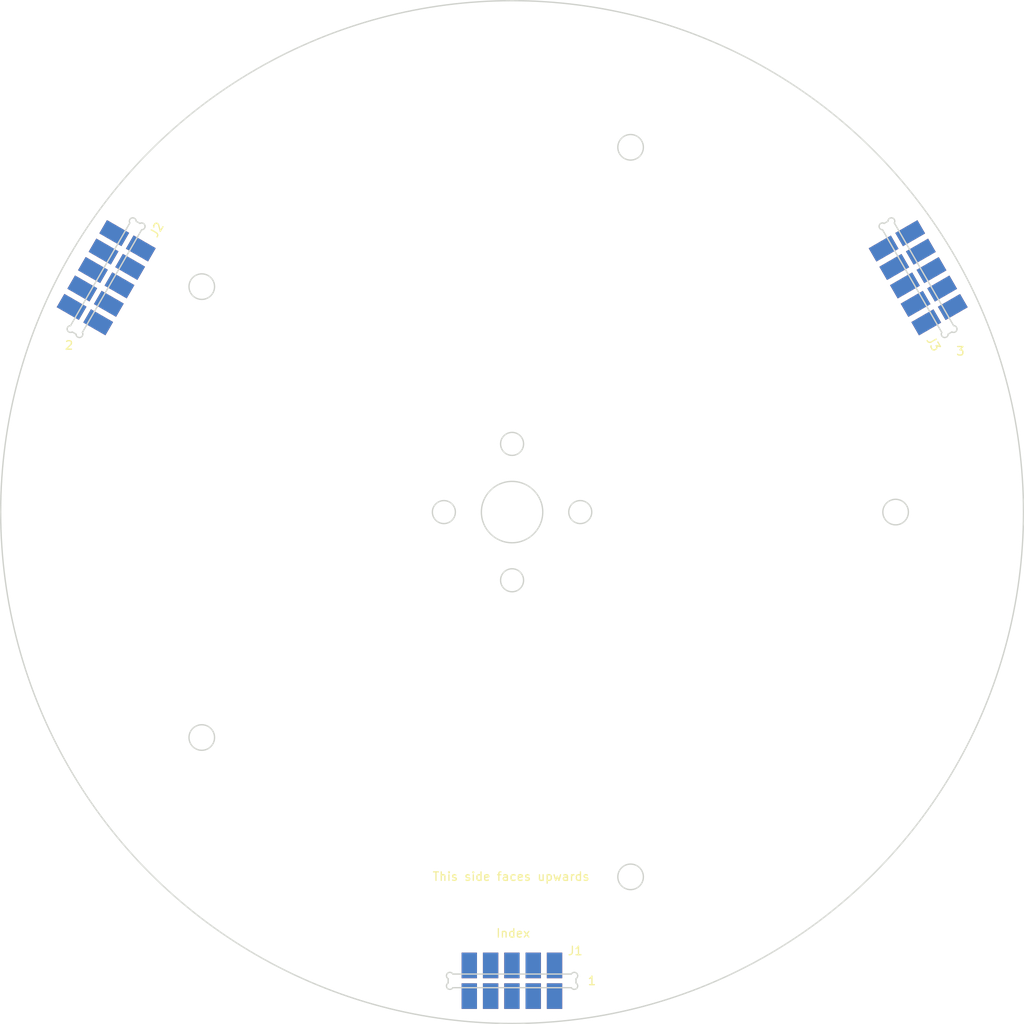
<source format=kicad_pcb>
(kicad_pcb (version 20200811) (host pcbnew "(5.99.0-2687-geae739d98)")

  (general
    (thickness 1.6)
    (drawings 40)
    (tracks 0)
    (modules 3)
    (nets 61)
  )

  (paper "A4")
  (layers
    (0 "F.Cu" signal)
    (31 "B.Cu" signal)
    (32 "B.Adhes" user)
    (33 "F.Adhes" user)
    (34 "B.Paste" user)
    (35 "F.Paste" user)
    (36 "B.SilkS" user)
    (37 "F.SilkS" user)
    (38 "B.Mask" user)
    (39 "F.Mask" user)
    (40 "Dwgs.User" user)
    (41 "Cmts.User" user)
    (42 "Eco1.User" user)
    (43 "Eco2.User" user)
    (44 "Edge.Cuts" user)
    (45 "Margin" user)
    (46 "B.CrtYd" user)
    (47 "F.CrtYd" user)
    (48 "B.Fab" user)
    (49 "F.Fab" user)
  )

  (setup
    (grid_origin 150 100)
    (pcbplotparams
      (layerselection 0x010fc_ffffffff)
      (usegerberextensions false)
      (usegerberattributes true)
      (usegerberadvancedattributes true)
      (creategerberjobfile true)
      (svguseinch false)
      (svgprecision 6)
      (excludeedgelayer true)
      (linewidth 0.100000)
      (plotframeref false)
      (viasonmask false)
      (mode 1)
      (useauxorigin false)
      (hpglpennumber 1)
      (hpglpenspeed 20)
      (hpglpendiameter 15.000000)
      (psnegative false)
      (psa4output false)
      (plotreference true)
      (plotvalue true)
      (plotinvisibletext false)
      (sketchpadsonfab false)
      (subtractmaskfromsilk false)
      (outputformat 1)
      (mirror false)
      (drillshape 1)
      (scaleselection 1)
      (outputdirectory "")
    )
  )

  (net 0 "")
  (net 1 "Net-(J1-Pad20)")
  (net 2 "Net-(J1-Pad19)")
  (net 3 "Net-(J1-Pad18)")
  (net 4 "Net-(J1-Pad17)")
  (net 5 "Net-(J1-Pad16)")
  (net 6 "Net-(J1-Pad15)")
  (net 7 "Net-(J1-Pad14)")
  (net 8 "Net-(J1-Pad13)")
  (net 9 "Net-(J1-Pad12)")
  (net 10 "Net-(J1-Pad11)")
  (net 11 "Net-(J1-Pad10)")
  (net 12 "Net-(J1-Pad9)")
  (net 13 "Net-(J1-Pad8)")
  (net 14 "Net-(J1-Pad7)")
  (net 15 "Net-(J1-Pad6)")
  (net 16 "Net-(J1-Pad5)")
  (net 17 "Net-(J1-Pad4)")
  (net 18 "Net-(J1-Pad3)")
  (net 19 "Net-(J1-Pad2)")
  (net 20 "Net-(J1-Pad1)")
  (net 21 "Net-(J2-Pad20)")
  (net 22 "Net-(J2-Pad19)")
  (net 23 "Net-(J2-Pad18)")
  (net 24 "Net-(J2-Pad17)")
  (net 25 "Net-(J2-Pad16)")
  (net 26 "Net-(J2-Pad15)")
  (net 27 "Net-(J2-Pad14)")
  (net 28 "Net-(J2-Pad13)")
  (net 29 "Net-(J2-Pad12)")
  (net 30 "Net-(J2-Pad11)")
  (net 31 "Net-(J2-Pad10)")
  (net 32 "Net-(J2-Pad9)")
  (net 33 "Net-(J2-Pad8)")
  (net 34 "Net-(J2-Pad7)")
  (net 35 "Net-(J2-Pad6)")
  (net 36 "Net-(J2-Pad5)")
  (net 37 "Net-(J2-Pad4)")
  (net 38 "Net-(J2-Pad3)")
  (net 39 "Net-(J2-Pad2)")
  (net 40 "Net-(J2-Pad1)")
  (net 41 "Net-(J3-Pad20)")
  (net 42 "Net-(J3-Pad19)")
  (net 43 "Net-(J3-Pad18)")
  (net 44 "Net-(J3-Pad17)")
  (net 45 "Net-(J3-Pad16)")
  (net 46 "Net-(J3-Pad15)")
  (net 47 "Net-(J3-Pad14)")
  (net 48 "Net-(J3-Pad13)")
  (net 49 "Net-(J3-Pad12)")
  (net 50 "Net-(J3-Pad11)")
  (net 51 "Net-(J3-Pad10)")
  (net 52 "Net-(J3-Pad9)")
  (net 53 "Net-(J3-Pad8)")
  (net 54 "Net-(J3-Pad7)")
  (net 55 "Net-(J3-Pad6)")
  (net 56 "Net-(J3-Pad5)")
  (net 57 "Net-(J3-Pad4)")
  (net 58 "Net-(J3-Pad3)")
  (net 59 "Net-(J3-Pad2)")
  (net 60 "Net-(J3-Pad1)")

  (module "common_footprints:15mm_base" (layer "F.Cu") (tedit 5F75A762) (tstamp 47e35ce8-8cde-45aa-9cfe-1267e6ac891f)
    (at 149.98 154.99)
    (path "/a56a8a68-3eb9-47fd-9b40-a271d9769e60")
    (fp_text reference "J1" (at 7.43 -3.51 unlocked) (layer "F.SilkS")
      (effects (font (size 1 1) (thickness 0.15)))
      (tstamp cde7aa2d-1709-4723-a809-698e0ce7d2d9)
    )
    (fp_text value "15mm_junction" (at 0 1 unlocked) (layer "F.Fab")
      (effects (font (size 1 1) (thickness 0.15)))
      (tstamp 8db56b44-6fa6-4e6f-8166-730d50561195)
    )
    (fp_rect (start -7.5 0.8) (end 7.5 -0.8) (layer "Dwgs.User") (width 0.1) (tstamp b139bd9c-fb49-426c-bdec-0ef471c865d1))
    (pad "1" smd rect (at -5 1.8) (size 1.8 3) (layers "F.Cu" "F.Mask")
      (net 20 "Net-(J1-Pad1)") (tstamp 3c03100c-e80a-48a4-a66c-818190891a32))
    (pad "2" smd rect (at -2.5 1.8) (size 1.8 3) (layers "F.Cu" "F.Mask")
      (net 19 "Net-(J1-Pad2)") (tstamp 054211a6-bcf2-46a7-8321-56e4b1ec2fc1))
    (pad "3" smd rect (at 0 1.8) (size 1.8 3) (layers "F.Cu" "F.Mask")
      (net 18 "Net-(J1-Pad3)") (tstamp 65a42e7f-1e40-403c-b4b5-387aa2888c4c))
    (pad "4" smd rect (at 2.5 1.8) (size 1.8 3) (layers "F.Cu" "F.Mask")
      (net 17 "Net-(J1-Pad4)") (tstamp 78a1f5ae-634c-4549-a6c7-c68b1fc64be2))
    (pad "5" smd rect (at 5 1.8) (size 1.8 3) (layers "F.Cu" "F.Mask")
      (net 16 "Net-(J1-Pad5)") (tstamp 6fc6ac4e-0268-493e-bc4d-c25d9f9b95fd))
    (pad "6" smd rect (at 5 -1.8) (size 1.8 3) (layers "F.Cu" "F.Mask")
      (net 15 "Net-(J1-Pad6)") (tstamp da71713f-3cd3-43cd-a22c-26822396eaaa))
    (pad "7" smd rect (at 2.5 -1.8) (size 1.8 3) (layers "F.Cu" "F.Mask")
      (net 14 "Net-(J1-Pad7)") (tstamp 645a258b-d42f-4810-a04f-dbe514671b9b))
    (pad "8" smd rect (at 0 -1.8) (size 1.8 3) (layers "F.Cu" "F.Mask")
      (net 13 "Net-(J1-Pad8)") (tstamp 8aac680c-857b-4f95-9d5d-69e114a896e3))
    (pad "9" smd rect (at -2.5 -1.8) (size 1.8 3) (layers "F.Cu" "F.Mask")
      (net 12 "Net-(J1-Pad9)") (tstamp 4e832736-a061-472b-869b-dfb345129107))
    (pad "10" smd rect (at -5 -1.8) (size 1.8 3) (layers "F.Cu" "F.Mask")
      (net 11 "Net-(J1-Pad10)") (tstamp 08212a57-775f-4776-8621-28b6a9d42da9))
    (pad "11" smd rect (at -5 1.8) (size 1.8 3) (layers "B.Cu" "B.Mask")
      (net 10 "Net-(J1-Pad11)") (solder_mask_margin 0.1) (tstamp 64d0d04f-8101-4c2b-a04c-fee36fe899c2))
    (pad "12" smd rect (at -2.5 1.8) (size 1.8 3) (layers "B.Cu" "B.Mask")
      (net 9 "Net-(J1-Pad12)") (solder_mask_margin 0.1) (tstamp 88a31677-b26b-4c0b-ada0-36f432127315))
    (pad "13" smd rect (at 0 1.8) (size 1.8 3) (layers "B.Cu" "B.Mask")
      (net 8 "Net-(J1-Pad13)") (solder_mask_margin 0.1) (tstamp ba589870-be99-4f8f-8824-0e744eab6f32))
    (pad "14" smd rect (at 2.5 1.8) (size 1.8 3) (layers "B.Cu" "B.Mask")
      (net 7 "Net-(J1-Pad14)") (solder_mask_margin 0.1) (tstamp 313c7ed2-63bd-435d-9fd0-63a19e759118))
    (pad "15" smd rect (at 5 1.8) (size 1.8 3) (layers "B.Cu" "B.Mask")
      (net 6 "Net-(J1-Pad15)") (solder_mask_margin 0.1) (tstamp dbcac4c5-fd5a-40c7-8254-a87dec6b36a4))
    (pad "16" smd rect (at 5 -1.8) (size 1.8 3) (layers "B.Cu" "B.Mask")
      (net 5 "Net-(J1-Pad16)") (solder_mask_margin 0.1) (tstamp a3e80e6b-4dbf-477f-be76-6b3124dc8805))
    (pad "17" smd rect (at 2.5 -1.8) (size 1.8 3) (layers "B.Cu" "B.Mask")
      (net 4 "Net-(J1-Pad17)") (solder_mask_margin 0.1) (tstamp 3ad98179-1f2b-4db0-8b4d-01f9f344954f))
    (pad "18" smd rect (at 0 -1.8) (size 1.8 3) (layers "B.Cu" "B.Mask")
      (net 3 "Net-(J1-Pad18)") (solder_mask_margin 0.1) (tstamp 3ae3b81a-1727-4d8a-a778-7993ce4c339f))
    (pad "19" smd rect (at -2.5 -1.8) (size 1.8 3) (layers "B.Cu" "B.Mask")
      (net 2 "Net-(J1-Pad19)") (solder_mask_margin 0.1) (tstamp ec2df55d-2164-4bd5-beea-95dc7effb384))
    (pad "20" smd rect (at -5 -1.8) (size 1.8 3) (layers "B.Cu" "B.Mask")
      (net 1 "Net-(J1-Pad20)") (solder_mask_margin 0.1) (tstamp f827cace-4bf0-40b6-8c92-b32a3548346c))
  )

  (module "common_footprints:15mm_base" (layer "F.Cu") (tedit 5F75A762) (tstamp 6aa9e5bb-8fef-4d90-9fd5-cc69e99f6d3d)
    (at 197.65 72.51 120)
    (path "/fb0bb324-bc42-42e5-ac43-48fa44dd28d8")
    (fp_text reference "J3" (at -7.620357 -2.321154 300 unlocked) (layer "F.SilkS")
      (effects (font (size 1 1) (thickness 0.15)))
      (tstamp 7c28aad3-c23d-4299-af02-fc80e13ada38)
    )
    (fp_text value "15mm_junction" (at 0 1 120 unlocked) (layer "F.Fab")
      (effects (font (size 1 1) (thickness 0.15)))
      (tstamp 4ecbfdf9-1b0b-4fa4-8cc0-e05e7dba5dac)
    )
    (fp_rect (start -7.5 0.8) (end 7.5 -0.8) (layer "Dwgs.User") (width 0.1) (tstamp de787f8f-ced1-47b0-ab61-14b5e6085203))
    (pad "1" smd rect (at -5 1.8 120) (size 1.8 3) (layers "F.Cu" "F.Mask")
      (net 60 "Net-(J3-Pad1)") (tstamp 88cebb2d-9a8b-4679-a693-3545939aa007))
    (pad "2" smd rect (at -2.5 1.8 120) (size 1.8 3) (layers "F.Cu" "F.Mask")
      (net 59 "Net-(J3-Pad2)") (tstamp 747c75a0-8a83-4787-8adf-20def92f4b6a))
    (pad "3" smd rect (at 0 1.8 120) (size 1.8 3) (layers "F.Cu" "F.Mask")
      (net 58 "Net-(J3-Pad3)") (tstamp 9e334194-aff0-4da3-8a89-68ad2721af02))
    (pad "4" smd rect (at 2.5 1.8 120) (size 1.8 3) (layers "F.Cu" "F.Mask")
      (net 57 "Net-(J3-Pad4)") (tstamp e7d76805-3aac-4531-8397-ecb039fec06e))
    (pad "5" smd rect (at 5 1.8 120) (size 1.8 3) (layers "F.Cu" "F.Mask")
      (net 56 "Net-(J3-Pad5)") (tstamp 181dcb45-6750-4b93-9b11-b5fd6310051b))
    (pad "6" smd rect (at 5 -1.8 120) (size 1.8 3) (layers "F.Cu" "F.Mask")
      (net 55 "Net-(J3-Pad6)") (tstamp 1b17e4fc-a09b-4488-8f8e-7458ccafda4c))
    (pad "7" smd rect (at 2.5 -1.8 120) (size 1.8 3) (layers "F.Cu" "F.Mask")
      (net 54 "Net-(J3-Pad7)") (tstamp 4323a721-e172-4eac-b91e-c5585f987fa5))
    (pad "8" smd rect (at 0 -1.8 120) (size 1.8 3) (layers "F.Cu" "F.Mask")
      (net 53 "Net-(J3-Pad8)") (tstamp 46e6e9fd-39a4-4755-adad-4dd5febfed40))
    (pad "9" smd rect (at -2.5 -1.8 120) (size 1.8 3) (layers "F.Cu" "F.Mask")
      (net 52 "Net-(J3-Pad9)") (tstamp cf333ab3-a5b2-43b6-bfaa-340534437c50))
    (pad "10" smd rect (at -5 -1.8 120) (size 1.8 3) (layers "F.Cu" "F.Mask")
      (net 51 "Net-(J3-Pad10)") (tstamp 0d27893a-6c8b-410a-a76d-beff58962ffa))
    (pad "11" smd rect (at -5 1.8 120) (size 1.8 3) (layers "B.Cu" "B.Mask")
      (net 50 "Net-(J3-Pad11)") (solder_mask_margin 0.1) (tstamp d14993af-7313-4493-8660-9bab882e18f8))
    (pad "12" smd rect (at -2.5 1.8 120) (size 1.8 3) (layers "B.Cu" "B.Mask")
      (net 49 "Net-(J3-Pad12)") (solder_mask_margin 0.1) (tstamp fc1179d9-26d6-4675-ba30-96ef46cd8cad))
    (pad "13" smd rect (at 0 1.8 120) (size 1.8 3) (layers "B.Cu" "B.Mask")
      (net 48 "Net-(J3-Pad13)") (solder_mask_margin 0.1) (tstamp a93a0973-195a-4742-b27f-743c1360174b))
    (pad "14" smd rect (at 2.5 1.8 120) (size 1.8 3) (layers "B.Cu" "B.Mask")
      (net 47 "Net-(J3-Pad14)") (solder_mask_margin 0.1) (tstamp f9d0b4db-86c2-4ae2-809c-47bdb26d0e66))
    (pad "15" smd rect (at 5 1.8 120) (size 1.8 3) (layers "B.Cu" "B.Mask")
      (net 46 "Net-(J3-Pad15)") (solder_mask_margin 0.1) (tstamp 85b8e04c-1287-47a6-a2e6-09de25ca774a))
    (pad "16" smd rect (at 5 -1.8 120) (size 1.8 3) (layers "B.Cu" "B.Mask")
      (net 45 "Net-(J3-Pad16)") (solder_mask_margin 0.1) (tstamp 7746bb64-18bb-43ae-9528-8ea2bd98d949))
    (pad "17" smd rect (at 2.5 -1.8 120) (size 1.8 3) (layers "B.Cu" "B.Mask")
      (net 44 "Net-(J3-Pad17)") (solder_mask_margin 0.1) (tstamp 4f4a21ff-bd5b-4d15-877d-65b123e675d1))
    (pad "18" smd rect (at 0 -1.8 120) (size 1.8 3) (layers "B.Cu" "B.Mask")
      (net 43 "Net-(J3-Pad18)") (solder_mask_margin 0.1) (tstamp e7bc0c1c-def0-4976-a900-3ea7df1f943d))
    (pad "19" smd rect (at -2.5 -1.8 120) (size 1.8 3) (layers "B.Cu" "B.Mask")
      (net 42 "Net-(J3-Pad19)") (solder_mask_margin 0.1) (tstamp aff52a40-4193-4745-b630-72cb05fac212))
    (pad "20" smd rect (at -5 -1.8 120) (size 1.8 3) (layers "B.Cu" "B.Mask")
      (net 41 "Net-(J3-Pad20)") (solder_mask_margin 0.1) (tstamp 7863ccae-e089-49e5-b937-441b6598c531))
  )

  (module "common_footprints:15mm_base" (layer "F.Cu") (tedit 5F75A762) (tstamp a2d1075b-c606-4357-a997-6aa6dc63e363)
    (at 102.38 72.5 -120)
    (path "/c0ce2bb8-f1ea-415c-a77e-282936069498")
    (fp_text reference "J2" (at -7.840723 -2.320531 60 unlocked) (layer "F.SilkS")
      (effects (font (size 1 1) (thickness 0.15)))
      (tstamp dbe99a42-8a45-4ccc-847b-7c6aec9ff0c2)
    )
    (fp_text value "15mm_junction" (at 0 1 -120 unlocked) (layer "F.Fab")
      (effects (font (size 1 1) (thickness 0.15)))
      (tstamp 45d29f69-2363-4d15-912c-ef581109ca74)
    )
    (fp_rect (start -7.5 0.8) (end 7.5 -0.8) (layer "Dwgs.User") (width 0.1) (tstamp 73a3ba06-91f7-46c7-8a3e-86f05dfc6136))
    (pad "1" smd rect (at -5 1.8 240) (size 1.8 3) (layers "F.Cu" "F.Mask")
      (net 40 "Net-(J2-Pad1)") (tstamp 13142bb1-cd91-467e-aedf-682032639973))
    (pad "2" smd rect (at -2.5 1.8 240) (size 1.8 3) (layers "F.Cu" "F.Mask")
      (net 39 "Net-(J2-Pad2)") (tstamp b4681234-2830-4308-acf8-eaf1df3e3c63))
    (pad "3" smd rect (at 0 1.8 240) (size 1.8 3) (layers "F.Cu" "F.Mask")
      (net 38 "Net-(J2-Pad3)") (tstamp 23a4da2b-c6b2-41e1-806c-1a3e5b15e1a1))
    (pad "4" smd rect (at 2.5 1.8 240) (size 1.8 3) (layers "F.Cu" "F.Mask")
      (net 37 "Net-(J2-Pad4)") (tstamp 7805d320-7120-46e6-bb16-169f3fab198b))
    (pad "5" smd rect (at 5 1.8 240) (size 1.8 3) (layers "F.Cu" "F.Mask")
      (net 36 "Net-(J2-Pad5)") (tstamp 474c356e-9f4b-4bad-8e5b-e39407637e09))
    (pad "6" smd rect (at 5 -1.8 240) (size 1.8 3) (layers "F.Cu" "F.Mask")
      (net 35 "Net-(J2-Pad6)") (tstamp 0e8def97-6262-433e-9e5a-b375bb382b41))
    (pad "7" smd rect (at 2.5 -1.8 240) (size 1.8 3) (layers "F.Cu" "F.Mask")
      (net 34 "Net-(J2-Pad7)") (tstamp 0f39c82e-7d57-438f-80c2-277e412cafad))
    (pad "8" smd rect (at 0 -1.8 240) (size 1.8 3) (layers "F.Cu" "F.Mask")
      (net 33 "Net-(J2-Pad8)") (tstamp 6001a12a-9184-408d-9a35-db93ea3dfc9c))
    (pad "9" smd rect (at -2.5 -1.8 240) (size 1.8 3) (layers "F.Cu" "F.Mask")
      (net 32 "Net-(J2-Pad9)") (tstamp e53daa65-fd90-4e69-8367-b987b82a7fb2))
    (pad "10" smd rect (at -5 -1.8 240) (size 1.8 3) (layers "F.Cu" "F.Mask")
      (net 31 "Net-(J2-Pad10)") (tstamp a1305747-f40b-4c5d-adf0-89f3d8972845))
    (pad "11" smd rect (at -5 1.8 240) (size 1.8 3) (layers "B.Cu" "B.Mask")
      (net 30 "Net-(J2-Pad11)") (solder_mask_margin 0.1) (tstamp 31a1f164-cfbb-4960-86d1-85f13e304c1f))
    (pad "12" smd rect (at -2.5 1.8 240) (size 1.8 3) (layers "B.Cu" "B.Mask")
      (net 29 "Net-(J2-Pad12)") (solder_mask_margin 0.1) (tstamp eb7f1f67-b77b-486b-9ea5-f04226e1d4e5))
    (pad "13" smd rect (at 0 1.8 240) (size 1.8 3) (layers "B.Cu" "B.Mask")
      (net 28 "Net-(J2-Pad13)") (solder_mask_margin 0.1) (tstamp 470cfccb-44a0-426d-a0bf-b086cffdce95))
    (pad "14" smd rect (at 2.5 1.8 240) (size 1.8 3) (layers "B.Cu" "B.Mask")
      (net 27 "Net-(J2-Pad14)") (solder_mask_margin 0.1) (tstamp 21af97d1-5425-46dd-801c-ddff0f3a51a5))
    (pad "15" smd rect (at 5 1.8 240) (size 1.8 3) (layers "B.Cu" "B.Mask")
      (net 26 "Net-(J2-Pad15)") (solder_mask_margin 0.1) (tstamp 6713f423-dc8b-42c8-87ae-dda089435e44))
    (pad "16" smd rect (at 5 -1.8 240) (size 1.8 3) (layers "B.Cu" "B.Mask")
      (net 25 "Net-(J2-Pad16)") (solder_mask_margin 0.1) (tstamp ece97853-cfc2-4113-806f-73684069f444))
    (pad "17" smd rect (at 2.5 -1.8 240) (size 1.8 3) (layers "B.Cu" "B.Mask")
      (net 24 "Net-(J2-Pad17)") (solder_mask_margin 0.1) (tstamp e363c58b-ae1c-4b33-b9ae-e49acd33f78b))
    (pad "18" smd rect (at 0 -1.8 240) (size 1.8 3) (layers "B.Cu" "B.Mask")
      (net 23 "Net-(J2-Pad18)") (solder_mask_margin 0.1) (tstamp 45ad0e6c-3dd5-4539-a1b4-e6bbea158198))
    (pad "19" smd rect (at -2.5 -1.8 240) (size 1.8 3) (layers "B.Cu" "B.Mask")
      (net 22 "Net-(J2-Pad19)") (solder_mask_margin 0.1) (tstamp e3acbe8e-a76f-42bf-9329-7341829677ba))
    (pad "20" smd rect (at -5 -1.8 240) (size 1.8 3) (layers "B.Cu" "B.Mask")
      (net 21 "Net-(J2-Pad20)") (solder_mask_margin 0.1) (tstamp 847b3234-47af-4116-b127-4cc8940243df))
  )

  (gr_line (start 194.847 66.078) (end 201.801 78.122) (angle 90) (layer "Edge.Cuts") (width 0.16) (tstamp 0233c572-e782-41eb-b2cd-c726654a78e5))
  (gr_arc (start 142.7 155.6) (end 142.5 155.254) (angle -210) (layer "Edge.Cuts") (width 0.16) (tstamp 13e812be-7375-4ef4-8dc9-cb925d691f5e))
  (gr_arc (start 157.3 155.6) (end 156.954 155.8) (angle -210) (layer "Edge.Cuts") (width 0.16) (tstamp 179a2e33-1866-405e-a7f3-d2db11ca1caa))
  (gr_circle (center 113.594 126.45) (end 112.094 126.45) (layer "Edge.Cuts") (width 0.16) (tstamp 204b3c62-b4d4-49f9-bac3-5b775c286616))
  (gr_circle (center 195 100) (end 193.5 100) (layer "Edge.Cuts") (width 0.16) (tstamp 23dca265-25e0-4b3c-9cb7-adaf18160df3))
  (gr_line (start 157.5 154.746) (end 157.5 155.254) (angle 90) (layer "Edge.Cuts") (width 0.16) (tstamp 24a24031-a1bf-495a-9591-82f031dbf44a))
  (gr_line (start 98.838 79.122) (end 98.399 78.868) (angle 90) (layer "Edge.Cuts") (width 0.16) (tstamp 2ca2c4e2-eca8-441b-97c3-60a55a46f4cb))
  (gr_line (start 98.199 78.122) (end 105.153 66.078) (angle 90) (layer "Edge.Cuts") (width 0.16) (tstamp 3a21369d-3a5a-465f-b2fa-2563db7cbd3a))
  (gr_circle (center 150 108) (end 148.65 108) (layer "Edge.Cuts") (width 0.16) (tstamp 3f0148ac-f728-4fc5-9a44-46b08ce4ffbe))
  (gr_line (start 201.601 78.868) (end 201.162 79.122) (angle 90) (layer "Edge.Cuts") (width 0.16) (tstamp 494a4411-9fa7-48ba-947d-993f8b309098))
  (gr_circle (center 163.906 142.798) (end 162.406 142.798) (layer "Edge.Cuts") (width 0.16) (tstamp 55e2a501-8a6b-441d-9632-6cefe3bb75c1))
  (gr_arc (start 106.538 66.478) (end 106.538 66.878) (angle -210) (layer "Edge.Cuts") (width 0.16) (tstamp 58be097d-4ed8-48ba-885b-6a2100383b38))
  (gr_circle (center 150 100) (end 146.4 100) (layer "Edge.Cuts") (width 0.16) (tstamp 5b20c941-b603-490f-a287-5600d6aa8104))
  (gr_arc (start 157.3 154.4) (end 157.5 154.746) (angle -210) (layer "Edge.Cuts") (width 0.16) (tstamp 60cf58f6-a936-46f4-946f-2898815489ac))
  (gr_arc (start 98.199 78.522) (end 98.199 78.122) (angle -210) (layer "Edge.Cuts") (width 0.16) (tstamp 721f57c1-914a-4a65-a038-7526dbf56545))
  (gr_arc (start 105.499 65.878) (end 105.899 65.878) (angle -210) (layer "Edge.Cuts") (width 0.16) (tstamp 741bd418-5fc2-48b8-a33b-d2d5ef97c0f2))
  (gr_arc (start 142.7 154.4) (end 143.046 154.2) (angle -210) (layer "Edge.Cuts") (width 0.16) (tstamp 7977db11-9ff3-4fad-bfc6-729c9755199c))
  (gr_line (start 142.5 155.254) (end 142.5 154.746) (angle 90) (layer "Edge.Cuts") (width 0.16) (tstamp 7b3f2854-daff-45bc-89a1-77c35421ca3a))
  (gr_line (start 200.415 78.922) (end 193.462 66.878) (angle 90) (layer "Edge.Cuts") (width 0.16) (tstamp 921ec635-df6d-495b-8aca-44bc53928995))
  (gr_arc (start 200.762 79.122) (end 200.415 78.922) (angle -210) (layer "Edge.Cuts") (width 0.16) (tstamp 9281a1b6-f479-4899-b894-67aa8915380b))
  (gr_arc (start 99.238 79.122) (end 98.838 79.122) (angle -210) (layer "Edge.Cuts") (width 0.16) (tstamp 94449039-f391-47a4-bcbf-acd4d8306093))
  (gr_line (start 106.538 66.878) (end 99.585 78.922) (angle 90) (layer "Edge.Cuts") (width 0.16) (tstamp 9870e512-da68-4eb7-be74-2d826a129434))
  (gr_arc (start 194.501 65.878) (end 194.847 66.078) (angle -210) (layer "Edge.Cuts") (width 0.16) (tstamp 99129d42-716b-4b58-a201-2b917e2c045a))
  (gr_circle (center 163.906 57.202) (end 162.406 57.202) (layer "Edge.Cuts") (width 0.16) (tstamp a42fb73b-7456-451f-8faf-11468ea42a15))
  (gr_circle (center 158 100) (end 156.65 100) (layer "Edge.Cuts") (width 0.16) (tstamp ae6a62f9-d41d-4923-8731-db9ef247a936))
  (gr_circle (center 150 100) (end 90 100) (layer "Edge.Cuts") (width 0.16) (tstamp b17fc1d6-17cb-4346-87f2-65cc34259f4b))
  (gr_line (start 193.662 66.132) (end 194.101 65.878) (angle 90) (layer "Edge.Cuts") (width 0.16) (tstamp c264f9fd-7f88-4c7b-87df-944b391f459a))
  (gr_circle (center 113.594 73.55) (end 112.094 73.55) (layer "Edge.Cuts") (width 0.16) (tstamp c600085c-78f3-462c-a4fc-5e1bc372d8a5))
  (gr_line (start 143.046 154.2) (end 156.954 154.2) (angle 90) (layer "Edge.Cuts") (width 0.16) (tstamp c942a0cc-e750-4344-8627-035c1b6403c5))
  (gr_circle (center 150 92) (end 148.65 92) (layer "Edge.Cuts") (width 0.16) (tstamp ccebbde5-ed58-4217-af35-c6c6ed282cb0))
  (gr_arc (start 201.801 78.522) (end 201.601 78.868) (angle -210) (layer "Edge.Cuts") (width 0.16) (tstamp de336f7c-7bad-4354-b0e5-66d7aebc8b1f))
  (gr_arc (start 193.462 66.478) (end 193.662 66.132) (angle -210) (layer "Edge.Cuts") (width 0.16) (tstamp f3520b03-c2d7-4d8a-8a82-c80060a4ea01))
  (gr_circle (center 142 100) (end 140.65 100) (layer "Edge.Cuts") (width 0.16) (tstamp f3d196a6-823b-4baa-9cf3-62b112a8c0a7))
  (gr_line (start 156.954 155.8) (end 143.046 155.8) (angle 90) (layer "Edge.Cuts") (width 0.16) (tstamp fc67a8f8-c15d-4d7a-a020-bff3e32cb072))
  (gr_line (start 105.899 65.878) (end 106.338 66.132) (angle 90) (layer "Edge.Cuts") (width 0.16) (tstamp ffb1c7dc-3fda-47fe-8801-f8c1d616d899))
  (gr_text "2" (at 98.02 80.43) (layer "F.SilkS") (tstamp 25d69429-ea67-4318-b62a-719248ea8c91)
    (effects (font (size 1 1) (thickness 0.15)))
  )
  (gr_text "3" (at 202.6 81.12) (layer "F.SilkS") (tstamp 529afda4-4d35-4f89-8a66-c4021965875b)
    (effects (font (size 1 1) (thickness 0.15)))
  )
  (gr_text "Index" (at 150.13 149.41) (layer "F.SilkS") (tstamp 5c7af5da-4b78-481e-b1fc-6d6e45d5a2cf)
    (effects (font (size 1 1) (thickness 0.15)))
  )
  (gr_text "This side faces upwards" (at 149.88 142.76) (layer "F.SilkS") (tstamp c0d0ecde-48c1-4f06-bf4c-f0973a3ff017)
    (effects (font (size 1 1) (thickness 0.15)))
  )
  (gr_text "1" (at 159.37 154.99) (layer "F.SilkS") (tstamp e254a098-ce5a-4c77-aa67-1b0d797c060a)
    (effects (font (size 1 1) (thickness 0.15)))
  )

)

</source>
